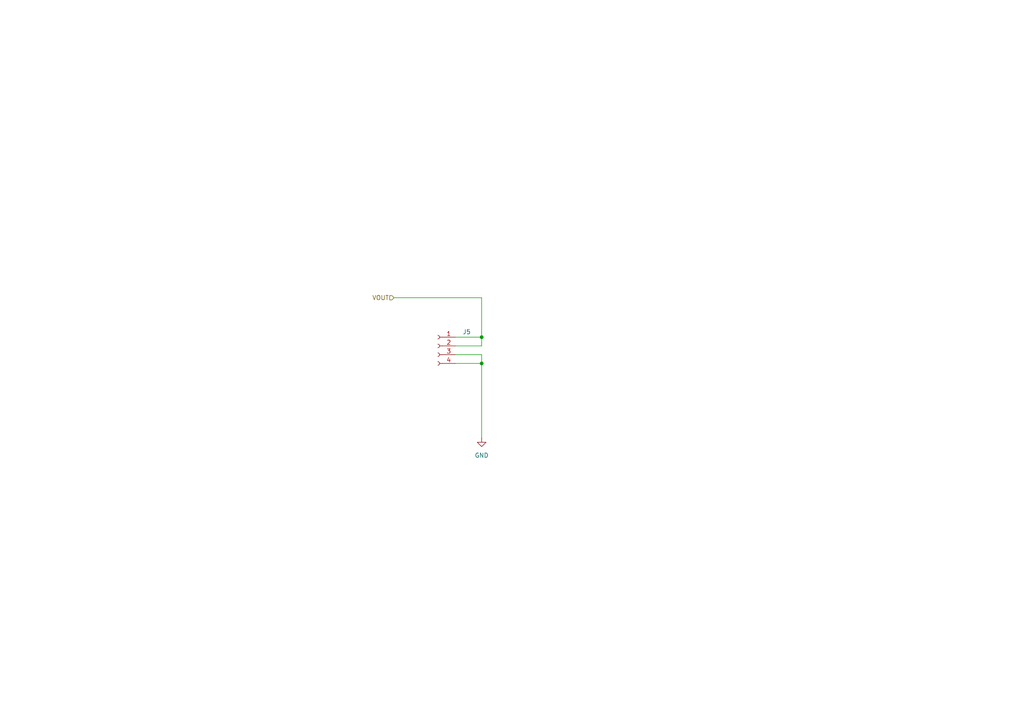
<source format=kicad_sch>
(kicad_sch (version 20231120) (generator "eeschema") (generator_version "8.0")
  (paper "A4")
  (lib_symbols
    (symbol "Connector:Conn_01x04_Socket" (pin_names (offset 1.016) hide)
      (property "Reference" "J" (at 0 5.08 0))
      (property "Value" "Conn_01x04_Socket" (at 0 -7.62 0))
      (symbol "Conn_01x04_Socket_1_1"
        (arc (start 0 -4.572) (mid -0.5058 -5.08) (end 0 -5.588) (stroke (width 0.1524)))
        (arc (start 0 -2.032) (mid -0.5058 -2.54) (end 0 -3.048) (stroke (width 0.1524)))
        (polyline (pts (xy -1.27 -5.08) (xy -0.508 -5.08)) (stroke (width 0.1524)))
        (polyline (pts (xy -1.27 -2.54) (xy -0.508 -2.54)) (stroke (width 0.1524)))
        (polyline (pts (xy -1.27 0) (xy -0.508 0)) (stroke (width 0.1524)))
        (polyline (pts (xy -1.27 2.54) (xy -0.508 2.54)) (stroke (width 0.1524)))
        (arc (start 0 0.508) (mid -0.5058 0) (end 0 -0.508) (stroke (width 0.1524)))
        (arc (start 0 3.048) (mid -0.5058 2.54) (end 0 2.032) (stroke (width 0.1524)))
        (pin passive line (at -5.08 2.54 0) (length 3.81) (name "Pin_1") (number "1"))
        (pin passive line (at -5.08 0 0) (length 3.81) (name "Pin_2") (number "2"))
        (pin passive line (at -5.08 -2.54 0) (length 3.81) (name "Pin_3") (number "3"))
        (pin passive line (at -5.08 -5.08 0) (length 3.81) (name "Pin_4") (number "4"))
      )
    )
    (symbol "power:GND" (power) (pin_numbers hide) (pin_names (offset 0) hide)
      (property "Value" "GND" (at 0 -3.81 0))
      (symbol "GND_0_1"
        (polyline (pts (xy 0 0) (xy 0 -1.27) (xy 1.27 -1.27) (xy 0 -2.54) (xy -1.27 -1.27) (xy 0 -1.27)))
      )
      (symbol "GND_1_1"
        (pin power_in line (at 0 0 270) (length 0) (name "~") (number "1"))
      )
    )
  )
  (junction (at 139.7 97.79))
  (junction (at 139.7 105.41))
  (wire (pts (xy 139.7 102.87) (xy 139.7 105.41)))
  (wire (pts (xy 139.7 86.36) (xy 139.7 97.79)))
  (wire (pts (xy 139.7 105.41) (xy 132.08 105.41)))
  (wire (pts (xy 139.7 100.33) (xy 139.7 97.79)))
  (wire (pts (xy 139.7 105.41) (xy 139.7 127)))
  (wire (pts (xy 139.7 97.79) (xy 132.08 97.79)))
  (wire (pts (xy 139.7 102.87) (xy 132.08 102.87)))
  (wire (pts (xy 114.3 86.36) (xy 139.7 86.36)))
  (wire (pts (xy 139.7 100.33) (xy 132.08 100.33)))
  (hierarchical_label "VOUT" (shape input) (at 114.3 86.36 180))
  (symbol (lib_id "power:GND") (at 139.7 127 0) (unit 1)
    (property "Reference" "#PWR019" (effects (hide yes)))
    (property "Value" "GND" (at 139.7 132.08 0))
    (property "Description" "Power symbol creates a global label with name \"GND\" , ground" (effects (hide yes)))
  )
  (symbol (lib_id "Connector:Conn_01x04_Socket") (at 127 100.33 0) (mirror y) (unit 1)
    (property "Reference" "J5" (at 135.382 96.266 0))
    (property "Value" "Conn_01x04_Socket" (effects (hide yes)))
    (property "Footprint" "Connector_PinSocket_2.54mm:PinSocket_1x04_P2.54mm_Vertical" (effects (hide yes)))
    (property "Description" "Generic connector, single row, 01x04, script generated" (effects (hide yes)))
  )
)
</source>
